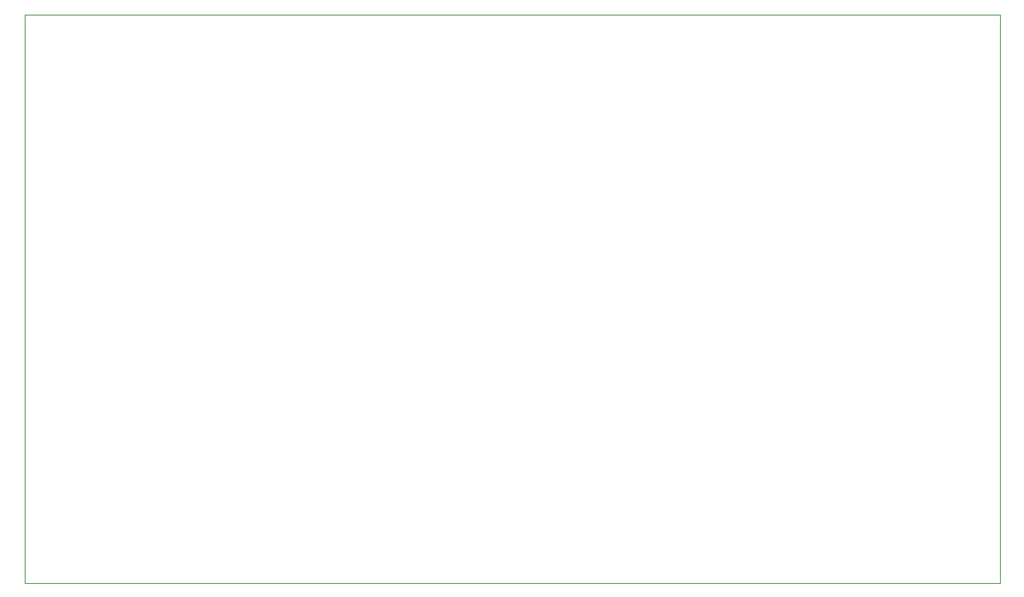
<source format=gko>
G75*
%MOIN*%
%OFA0B0*%
%FSLAX24Y24*%
%IPPOS*%
%LPD*%
%AMOC8*
5,1,8,0,0,1.08239X$1,22.5*
%
%ADD10C,0.0000*%
D10*
X000300Y000100D02*
X000300Y024600D01*
X042300Y024600D01*
X042300Y000100D01*
X000300Y000100D01*
M02*

</source>
